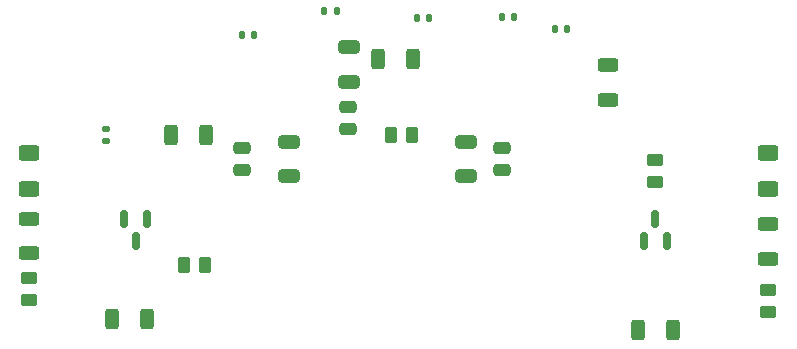
<source format=gbr>
%TF.GenerationSoftware,KiCad,Pcbnew,(6.0.4)*%
%TF.CreationDate,2024-03-24T21:34:19+02:00*%
%TF.ProjectId,KiCad Design IR Sensor,4b694361-6420-4446-9573-69676e204952,rev?*%
%TF.SameCoordinates,Original*%
%TF.FileFunction,Paste,Top*%
%TF.FilePolarity,Positive*%
%FSLAX46Y46*%
G04 Gerber Fmt 4.6, Leading zero omitted, Abs format (unit mm)*
G04 Created by KiCad (PCBNEW (6.0.4)) date 2024-03-24 21:34:19*
%MOMM*%
%LPD*%
G01*
G04 APERTURE LIST*
G04 Aperture macros list*
%AMRoundRect*
0 Rectangle with rounded corners*
0 $1 Rounding radius*
0 $2 $3 $4 $5 $6 $7 $8 $9 X,Y pos of 4 corners*
0 Add a 4 corners polygon primitive as box body*
4,1,4,$2,$3,$4,$5,$6,$7,$8,$9,$2,$3,0*
0 Add four circle primitives for the rounded corners*
1,1,$1+$1,$2,$3*
1,1,$1+$1,$4,$5*
1,1,$1+$1,$6,$7*
1,1,$1+$1,$8,$9*
0 Add four rect primitives between the rounded corners*
20,1,$1+$1,$2,$3,$4,$5,0*
20,1,$1+$1,$4,$5,$6,$7,0*
20,1,$1+$1,$6,$7,$8,$9,0*
20,1,$1+$1,$8,$9,$2,$3,0*%
G04 Aperture macros list end*
%ADD10RoundRect,0.150000X-0.150000X0.587500X-0.150000X-0.587500X0.150000X-0.587500X0.150000X0.587500X0*%
%ADD11RoundRect,0.150000X0.150000X-0.587500X0.150000X0.587500X-0.150000X0.587500X-0.150000X-0.587500X0*%
%ADD12RoundRect,0.135000X0.135000X0.185000X-0.135000X0.185000X-0.135000X-0.185000X0.135000X-0.185000X0*%
%ADD13RoundRect,0.250000X0.475000X-0.250000X0.475000X0.250000X-0.475000X0.250000X-0.475000X-0.250000X0*%
%ADD14RoundRect,0.250000X-0.475000X0.250000X-0.475000X-0.250000X0.475000X-0.250000X0.475000X0.250000X0*%
%ADD15RoundRect,0.250000X-0.312500X-0.625000X0.312500X-0.625000X0.312500X0.625000X-0.312500X0.625000X0*%
%ADD16RoundRect,0.250000X0.450000X-0.262500X0.450000X0.262500X-0.450000X0.262500X-0.450000X-0.262500X0*%
%ADD17RoundRect,0.250000X0.625000X-0.312500X0.625000X0.312500X-0.625000X0.312500X-0.625000X-0.312500X0*%
%ADD18RoundRect,0.250000X0.625000X-0.400000X0.625000X0.400000X-0.625000X0.400000X-0.625000X-0.400000X0*%
%ADD19RoundRect,0.135000X-0.135000X-0.185000X0.135000X-0.185000X0.135000X0.185000X-0.135000X0.185000X0*%
%ADD20RoundRect,0.250000X-0.450000X0.262500X-0.450000X-0.262500X0.450000X-0.262500X0.450000X0.262500X0*%
%ADD21RoundRect,0.250000X-0.625000X0.312500X-0.625000X-0.312500X0.625000X-0.312500X0.625000X0.312500X0*%
%ADD22RoundRect,0.135000X-0.185000X0.135000X-0.185000X-0.135000X0.185000X-0.135000X0.185000X0.135000X0*%
%ADD23RoundRect,0.250000X0.262500X0.450000X-0.262500X0.450000X-0.262500X-0.450000X0.262500X-0.450000X0*%
%ADD24RoundRect,0.250000X0.312500X0.625000X-0.312500X0.625000X-0.312500X-0.625000X0.312500X-0.625000X0*%
%ADD25RoundRect,0.250000X-0.262500X-0.450000X0.262500X-0.450000X0.262500X0.450000X-0.262500X0.450000X0*%
%ADD26RoundRect,0.250000X0.650000X-0.325000X0.650000X0.325000X-0.650000X0.325000X-0.650000X-0.325000X0*%
G04 APERTURE END LIST*
D10*
%TO.C,Q1*%
X120000000Y-99437500D03*
X119050000Y-97562500D03*
X120950000Y-97562500D03*
%TD*%
D11*
%TO.C,Q2*%
X163050000Y-99437500D03*
X164950000Y-99437500D03*
X164000000Y-97562500D03*
%TD*%
D12*
%TO.C,R10*%
X137010000Y-80000000D03*
X135990000Y-80000000D03*
%TD*%
D13*
%TO.C,C6*%
X151000000Y-93450000D03*
X151000000Y-91550000D03*
%TD*%
D14*
%TO.C,C4*%
X138000000Y-88050000D03*
X138000000Y-89950000D03*
%TD*%
D13*
%TO.C,C2*%
X129000000Y-93450000D03*
X129000000Y-91550000D03*
%TD*%
D15*
%TO.C,R20*%
X162537500Y-107000000D03*
X165462500Y-107000000D03*
%TD*%
D16*
%TO.C,R19*%
X173500000Y-105412500D03*
X173500000Y-103587500D03*
%TD*%
D17*
%TO.C,R18*%
X173500000Y-100962500D03*
X173500000Y-98037500D03*
%TD*%
D18*
%TO.C,R17*%
X173500000Y-95050000D03*
X173500000Y-91950000D03*
%TD*%
D19*
%TO.C,R16*%
X128990000Y-82000000D03*
X130010000Y-82000000D03*
%TD*%
%TO.C,R15*%
X143845489Y-80575489D03*
X144865489Y-80575489D03*
%TD*%
D20*
%TO.C,R14*%
X164000000Y-92587500D03*
X164000000Y-94412500D03*
%TD*%
D21*
%TO.C,R13*%
X160000000Y-84537500D03*
X160000000Y-87462500D03*
%TD*%
D19*
%TO.C,R12*%
X150990000Y-80500000D03*
X152010000Y-80500000D03*
%TD*%
D22*
%TO.C,R11*%
X117500000Y-91010000D03*
X117500000Y-89990000D03*
%TD*%
D19*
%TO.C,R9*%
X155490000Y-81500000D03*
X156510000Y-81500000D03*
%TD*%
D23*
%TO.C,R8*%
X143412500Y-90500000D03*
X141587500Y-90500000D03*
%TD*%
D15*
%TO.C,R7*%
X140537500Y-84000000D03*
X143462500Y-84000000D03*
%TD*%
D24*
%TO.C,R6*%
X118037500Y-106000000D03*
X120962500Y-106000000D03*
%TD*%
D16*
%TO.C,R5*%
X111000000Y-102587500D03*
X111000000Y-104412500D03*
%TD*%
D17*
%TO.C,R4*%
X111000000Y-97537500D03*
X111000000Y-100462500D03*
%TD*%
D18*
%TO.C,R3*%
X111000000Y-91950000D03*
X111000000Y-95050000D03*
%TD*%
D25*
%TO.C,R2*%
X125912500Y-101500000D03*
X124087500Y-101500000D03*
%TD*%
D15*
%TO.C,R1*%
X125962500Y-90500000D03*
X123037500Y-90500000D03*
%TD*%
D26*
%TO.C,C5*%
X148000000Y-93975000D03*
X148000000Y-91025000D03*
%TD*%
%TO.C,C3*%
X138075489Y-85975000D03*
X138075489Y-83025000D03*
%TD*%
%TO.C,C1*%
X133000000Y-93975000D03*
X133000000Y-91025000D03*
%TD*%
M02*

</source>
